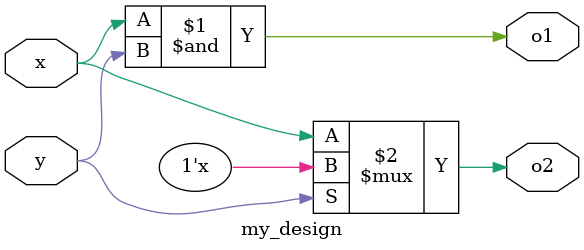
<source format=v>
module my_design (input x, y, output o1, o2);
// AND gate has 1 time unit gate delay
 and #(1,2,3) a1 (o1, x, y);
// BUFIF0 gate has 2 time unit gate delay
 bufif0 #(1,2,3) b1 (o2, x, y);
endmodule
</source>
